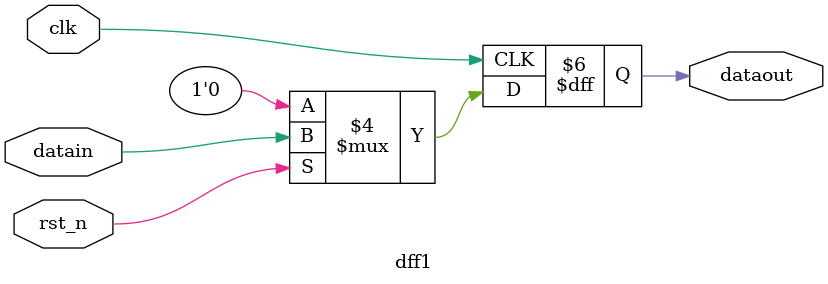
<source format=v>
module dff1 (clk,rst_n,datain,dataout);
	input clk,datain,rst_n;
	output dataout;
	
	reg dataout;
	
	always @(posedge clk)
		if (!rst_n)	dataout<=1'b0;
		else	dataout<=datain;
endmodule

</source>
